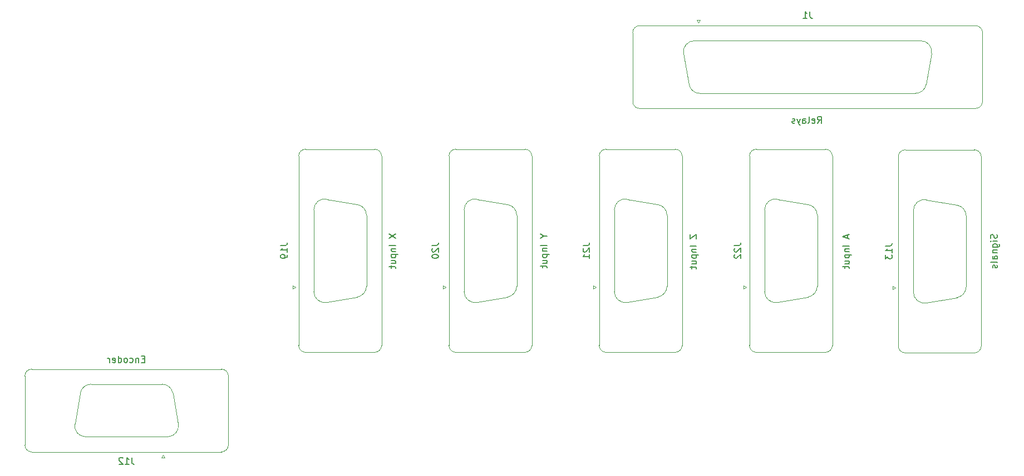
<source format=gbo>
%TF.GenerationSoftware,KiCad,Pcbnew,(6.0.0-rc1-172-gb8b8c0d34c)*%
%TF.CreationDate,2021-12-06T15:46:35-06:00*%
%TF.ProjectId,Input Board,496e7075-7420-4426-9f61-72642e6b6963,A*%
%TF.SameCoordinates,Original*%
%TF.FileFunction,Legend,Bot*%
%TF.FilePolarity,Positive*%
%FSLAX46Y46*%
G04 Gerber Fmt 4.6, Leading zero omitted, Abs format (unit mm)*
G04 Created by KiCad (PCBNEW (6.0.0-rc1-172-gb8b8c0d34c)) date 2021-12-06 15:46:35*
%MOMM*%
%LPD*%
G01*
G04 APERTURE LIST*
G04 Aperture macros list*
%AMRoundRect*
0 Rectangle with rounded corners*
0 $1 Rounding radius*
0 $2 $3 $4 $5 $6 $7 $8 $9 X,Y pos of 4 corners*
0 Add a 4 corners polygon primitive as box body*
4,1,4,$2,$3,$4,$5,$6,$7,$8,$9,$2,$3,0*
0 Add four circle primitives for the rounded corners*
1,1,$1+$1,$2,$3*
1,1,$1+$1,$4,$5*
1,1,$1+$1,$6,$7*
1,1,$1+$1,$8,$9*
0 Add four rect primitives between the rounded corners*
20,1,$1+$1,$2,$3,$4,$5,0*
20,1,$1+$1,$4,$5,$6,$7,0*
20,1,$1+$1,$6,$7,$8,$9,0*
20,1,$1+$1,$8,$9,$2,$3,0*%
G04 Aperture macros list end*
%ADD10C,0.150000*%
%ADD11C,0.120000*%
%ADD12R,1.700000X1.700000*%
%ADD13O,1.700000X1.700000*%
%ADD14RoundRect,0.875000X-0.875000X-0.875000X0.875000X-0.875000X0.875000X0.875000X-0.875000X0.875000X0*%
%ADD15RoundRect,0.750000X-0.750000X-1.000000X0.750000X-1.000000X0.750000X1.000000X-0.750000X1.000000X0*%
%ADD16R,3.500000X3.500000*%
%ADD17C,1.200000*%
%ADD18O,2.500000X1.800000*%
%ADD19O,1.800000X2.500000*%
%ADD20C,4.000000*%
%ADD21R,1.600000X1.600000*%
%ADD22C,1.600000*%
%ADD23R,1.980000X1.980000*%
%ADD24C,1.980000*%
%ADD25C,1.935000*%
%ADD26R,2.600000X2.600000*%
%ADD27C,2.600000*%
%ADD28C,2.400000*%
%ADD29O,2.400000X2.400000*%
%ADD30C,3.200000*%
%ADD31C,2.489200*%
%ADD32R,1.500000X1.500000*%
%ADD33C,1.500000*%
G04 APERTURE END LIST*
D10*
%TO.C,J22*%
X174952380Y-97110476D02*
X175666666Y-97110476D01*
X175809523Y-97062857D01*
X175904761Y-96967619D01*
X175952380Y-96824761D01*
X175952380Y-96729523D01*
X175047619Y-97539047D02*
X175000000Y-97586666D01*
X174952380Y-97681904D01*
X174952380Y-97920000D01*
X175000000Y-98015238D01*
X175047619Y-98062857D01*
X175142857Y-98110476D01*
X175238095Y-98110476D01*
X175380952Y-98062857D01*
X175952380Y-97491428D01*
X175952380Y-98110476D01*
X175047619Y-98491428D02*
X175000000Y-98539047D01*
X174952380Y-98634285D01*
X174952380Y-98872380D01*
X175000000Y-98967619D01*
X175047619Y-99015238D01*
X175142857Y-99062857D01*
X175238095Y-99062857D01*
X175380952Y-99015238D01*
X175952380Y-98443809D01*
X175952380Y-99062857D01*
X192166666Y-95500000D02*
X192166666Y-95976190D01*
X192452380Y-95404761D02*
X191452380Y-95738095D01*
X192452380Y-96071428D01*
X192452380Y-97166666D02*
X191452380Y-97166666D01*
X191785714Y-97642857D02*
X192452380Y-97642857D01*
X191880952Y-97642857D02*
X191833333Y-97690476D01*
X191785714Y-97785714D01*
X191785714Y-97928571D01*
X191833333Y-98023809D01*
X191928571Y-98071428D01*
X192452380Y-98071428D01*
X191785714Y-98547619D02*
X192785714Y-98547619D01*
X191833333Y-98547619D02*
X191785714Y-98642857D01*
X191785714Y-98833333D01*
X191833333Y-98928571D01*
X191880952Y-98976190D01*
X191976190Y-99023809D01*
X192261904Y-99023809D01*
X192357142Y-98976190D01*
X192404761Y-98928571D01*
X192452380Y-98833333D01*
X192452380Y-98642857D01*
X192404761Y-98547619D01*
X191785714Y-99880952D02*
X192452380Y-99880952D01*
X191785714Y-99452380D02*
X192309523Y-99452380D01*
X192404761Y-99500000D01*
X192452380Y-99595238D01*
X192452380Y-99738095D01*
X192404761Y-99833333D01*
X192357142Y-99880952D01*
X191785714Y-100214285D02*
X191785714Y-100595238D01*
X191452380Y-100357142D02*
X192309523Y-100357142D01*
X192404761Y-100404761D01*
X192452380Y-100500000D01*
X192452380Y-100595238D01*
%TO.C,J1*%
X186453333Y-61452380D02*
X186453333Y-62166666D01*
X186500952Y-62309523D01*
X186596190Y-62404761D01*
X186739047Y-62452380D01*
X186834285Y-62452380D01*
X185453333Y-62452380D02*
X186024761Y-62452380D01*
X185739047Y-62452380D02*
X185739047Y-61452380D01*
X185834285Y-61595238D01*
X185929523Y-61690476D01*
X186024761Y-61738095D01*
X187619047Y-78452380D02*
X187952380Y-77976190D01*
X188190476Y-78452380D02*
X188190476Y-77452380D01*
X187809523Y-77452380D01*
X187714285Y-77500000D01*
X187666666Y-77547619D01*
X187619047Y-77642857D01*
X187619047Y-77785714D01*
X187666666Y-77880952D01*
X187714285Y-77928571D01*
X187809523Y-77976190D01*
X188190476Y-77976190D01*
X186809523Y-78404761D02*
X186904761Y-78452380D01*
X187095238Y-78452380D01*
X187190476Y-78404761D01*
X187238095Y-78309523D01*
X187238095Y-77928571D01*
X187190476Y-77833333D01*
X187095238Y-77785714D01*
X186904761Y-77785714D01*
X186809523Y-77833333D01*
X186761904Y-77928571D01*
X186761904Y-78023809D01*
X187238095Y-78119047D01*
X186190476Y-78452380D02*
X186285714Y-78404761D01*
X186333333Y-78309523D01*
X186333333Y-77452380D01*
X185380952Y-78452380D02*
X185380952Y-77928571D01*
X185428571Y-77833333D01*
X185523809Y-77785714D01*
X185714285Y-77785714D01*
X185809523Y-77833333D01*
X185380952Y-78404761D02*
X185476190Y-78452380D01*
X185714285Y-78452380D01*
X185809523Y-78404761D01*
X185857142Y-78309523D01*
X185857142Y-78214285D01*
X185809523Y-78119047D01*
X185714285Y-78071428D01*
X185476190Y-78071428D01*
X185380952Y-78023809D01*
X185000000Y-77785714D02*
X184761904Y-78452380D01*
X184523809Y-77785714D02*
X184761904Y-78452380D01*
X184857142Y-78690476D01*
X184904761Y-78738095D01*
X185000000Y-78785714D01*
X184190476Y-78404761D02*
X184095238Y-78452380D01*
X183904761Y-78452380D01*
X183809523Y-78404761D01*
X183761904Y-78309523D01*
X183761904Y-78261904D01*
X183809523Y-78166666D01*
X183904761Y-78119047D01*
X184047619Y-78119047D01*
X184142857Y-78071428D01*
X184190476Y-77976190D01*
X184190476Y-77928571D01*
X184142857Y-77833333D01*
X184047619Y-77785714D01*
X183904761Y-77785714D01*
X183809523Y-77833333D01*
%TO.C,J13*%
X197952380Y-97190476D02*
X198666666Y-97190476D01*
X198809523Y-97142857D01*
X198904761Y-97047619D01*
X198952380Y-96904761D01*
X198952380Y-96809523D01*
X198952380Y-98190476D02*
X198952380Y-97619047D01*
X198952380Y-97904761D02*
X197952380Y-97904761D01*
X198095238Y-97809523D01*
X198190476Y-97714285D01*
X198238095Y-97619047D01*
X197952380Y-98523809D02*
X197952380Y-99142857D01*
X198333333Y-98809523D01*
X198333333Y-98952380D01*
X198380952Y-99047619D01*
X198428571Y-99095238D01*
X198523809Y-99142857D01*
X198761904Y-99142857D01*
X198857142Y-99095238D01*
X198904761Y-99047619D01*
X198952380Y-98952380D01*
X198952380Y-98666666D01*
X198904761Y-98571428D01*
X198857142Y-98523809D01*
X214904761Y-95452380D02*
X214952380Y-95595238D01*
X214952380Y-95833333D01*
X214904761Y-95928571D01*
X214857142Y-95976190D01*
X214761904Y-96023809D01*
X214666666Y-96023809D01*
X214571428Y-95976190D01*
X214523809Y-95928571D01*
X214476190Y-95833333D01*
X214428571Y-95642857D01*
X214380952Y-95547619D01*
X214333333Y-95500000D01*
X214238095Y-95452380D01*
X214142857Y-95452380D01*
X214047619Y-95500000D01*
X214000000Y-95547619D01*
X213952380Y-95642857D01*
X213952380Y-95880952D01*
X214000000Y-96023809D01*
X214952380Y-96452380D02*
X214285714Y-96452380D01*
X213952380Y-96452380D02*
X214000000Y-96404761D01*
X214047619Y-96452380D01*
X214000000Y-96500000D01*
X213952380Y-96452380D01*
X214047619Y-96452380D01*
X214285714Y-97357142D02*
X215095238Y-97357142D01*
X215190476Y-97309523D01*
X215238095Y-97261904D01*
X215285714Y-97166666D01*
X215285714Y-97023809D01*
X215238095Y-96928571D01*
X214904761Y-97357142D02*
X214952380Y-97261904D01*
X214952380Y-97071428D01*
X214904761Y-96976190D01*
X214857142Y-96928571D01*
X214761904Y-96880952D01*
X214476190Y-96880952D01*
X214380952Y-96928571D01*
X214333333Y-96976190D01*
X214285714Y-97071428D01*
X214285714Y-97261904D01*
X214333333Y-97357142D01*
X214285714Y-97833333D02*
X214952380Y-97833333D01*
X214380952Y-97833333D02*
X214333333Y-97880952D01*
X214285714Y-97976190D01*
X214285714Y-98119047D01*
X214333333Y-98214285D01*
X214428571Y-98261904D01*
X214952380Y-98261904D01*
X214952380Y-99166666D02*
X214428571Y-99166666D01*
X214333333Y-99119047D01*
X214285714Y-99023809D01*
X214285714Y-98833333D01*
X214333333Y-98738095D01*
X214904761Y-99166666D02*
X214952380Y-99071428D01*
X214952380Y-98833333D01*
X214904761Y-98738095D01*
X214809523Y-98690476D01*
X214714285Y-98690476D01*
X214619047Y-98738095D01*
X214571428Y-98833333D01*
X214571428Y-99071428D01*
X214523809Y-99166666D01*
X214952380Y-99785714D02*
X214904761Y-99690476D01*
X214809523Y-99642857D01*
X213952380Y-99642857D01*
X214904761Y-100119047D02*
X214952380Y-100214285D01*
X214952380Y-100404761D01*
X214904761Y-100500000D01*
X214809523Y-100547619D01*
X214761904Y-100547619D01*
X214666666Y-100500000D01*
X214619047Y-100404761D01*
X214619047Y-100261904D01*
X214571428Y-100166666D01*
X214476190Y-100119047D01*
X214428571Y-100119047D01*
X214333333Y-100166666D01*
X214285714Y-100261904D01*
X214285714Y-100404761D01*
X214333333Y-100500000D01*
%TO.C,J12*%
X83309523Y-129452380D02*
X83309523Y-130166666D01*
X83357142Y-130309523D01*
X83452380Y-130404761D01*
X83595238Y-130452380D01*
X83690476Y-130452380D01*
X82309523Y-130452380D02*
X82880952Y-130452380D01*
X82595238Y-130452380D02*
X82595238Y-129452380D01*
X82690476Y-129595238D01*
X82785714Y-129690476D01*
X82880952Y-129738095D01*
X81928571Y-129547619D02*
X81880952Y-129500000D01*
X81785714Y-129452380D01*
X81547619Y-129452380D01*
X81452380Y-129500000D01*
X81404761Y-129547619D01*
X81357142Y-129642857D01*
X81357142Y-129738095D01*
X81404761Y-129880952D01*
X81976190Y-130452380D01*
X81357142Y-130452380D01*
X85248095Y-114428571D02*
X84914761Y-114428571D01*
X84771904Y-114952380D02*
X85248095Y-114952380D01*
X85248095Y-113952380D01*
X84771904Y-113952380D01*
X84343333Y-114285714D02*
X84343333Y-114952380D01*
X84343333Y-114380952D02*
X84295714Y-114333333D01*
X84200476Y-114285714D01*
X84057619Y-114285714D01*
X83962380Y-114333333D01*
X83914761Y-114428571D01*
X83914761Y-114952380D01*
X83010000Y-114904761D02*
X83105238Y-114952380D01*
X83295714Y-114952380D01*
X83390952Y-114904761D01*
X83438571Y-114857142D01*
X83486190Y-114761904D01*
X83486190Y-114476190D01*
X83438571Y-114380952D01*
X83390952Y-114333333D01*
X83295714Y-114285714D01*
X83105238Y-114285714D01*
X83010000Y-114333333D01*
X82438571Y-114952380D02*
X82533809Y-114904761D01*
X82581428Y-114857142D01*
X82629047Y-114761904D01*
X82629047Y-114476190D01*
X82581428Y-114380952D01*
X82533809Y-114333333D01*
X82438571Y-114285714D01*
X82295714Y-114285714D01*
X82200476Y-114333333D01*
X82152857Y-114380952D01*
X82105238Y-114476190D01*
X82105238Y-114761904D01*
X82152857Y-114857142D01*
X82200476Y-114904761D01*
X82295714Y-114952380D01*
X82438571Y-114952380D01*
X81248095Y-114952380D02*
X81248095Y-113952380D01*
X81248095Y-114904761D02*
X81343333Y-114952380D01*
X81533809Y-114952380D01*
X81629047Y-114904761D01*
X81676666Y-114857142D01*
X81724285Y-114761904D01*
X81724285Y-114476190D01*
X81676666Y-114380952D01*
X81629047Y-114333333D01*
X81533809Y-114285714D01*
X81343333Y-114285714D01*
X81248095Y-114333333D01*
X80390952Y-114904761D02*
X80486190Y-114952380D01*
X80676666Y-114952380D01*
X80771904Y-114904761D01*
X80819523Y-114809523D01*
X80819523Y-114428571D01*
X80771904Y-114333333D01*
X80676666Y-114285714D01*
X80486190Y-114285714D01*
X80390952Y-114333333D01*
X80343333Y-114428571D01*
X80343333Y-114523809D01*
X80819523Y-114619047D01*
X79914761Y-114952380D02*
X79914761Y-114285714D01*
X79914761Y-114476190D02*
X79867142Y-114380952D01*
X79819523Y-114333333D01*
X79724285Y-114285714D01*
X79629047Y-114285714D01*
%TO.C,J21*%
X151952380Y-97110476D02*
X152666666Y-97110476D01*
X152809523Y-97062857D01*
X152904761Y-96967619D01*
X152952380Y-96824761D01*
X152952380Y-96729523D01*
X152047619Y-97539047D02*
X152000000Y-97586666D01*
X151952380Y-97681904D01*
X151952380Y-97920000D01*
X152000000Y-98015238D01*
X152047619Y-98062857D01*
X152142857Y-98110476D01*
X152238095Y-98110476D01*
X152380952Y-98062857D01*
X152952380Y-97491428D01*
X152952380Y-98110476D01*
X152952380Y-99062857D02*
X152952380Y-98491428D01*
X152952380Y-98777142D02*
X151952380Y-98777142D01*
X152095238Y-98681904D01*
X152190476Y-98586666D01*
X152238095Y-98491428D01*
X168202380Y-95404761D02*
X168202380Y-96071428D01*
X169202380Y-95404761D01*
X169202380Y-96071428D01*
X169202380Y-97214285D02*
X168202380Y-97214285D01*
X168535714Y-97690476D02*
X169202380Y-97690476D01*
X168630952Y-97690476D02*
X168583333Y-97738095D01*
X168535714Y-97833333D01*
X168535714Y-97976190D01*
X168583333Y-98071428D01*
X168678571Y-98119047D01*
X169202380Y-98119047D01*
X168535714Y-98595238D02*
X169535714Y-98595238D01*
X168583333Y-98595238D02*
X168535714Y-98690476D01*
X168535714Y-98880952D01*
X168583333Y-98976190D01*
X168630952Y-99023809D01*
X168726190Y-99071428D01*
X169011904Y-99071428D01*
X169107142Y-99023809D01*
X169154761Y-98976190D01*
X169202380Y-98880952D01*
X169202380Y-98690476D01*
X169154761Y-98595238D01*
X168535714Y-99928571D02*
X169202380Y-99928571D01*
X168535714Y-99500000D02*
X169059523Y-99500000D01*
X169154761Y-99547619D01*
X169202380Y-99642857D01*
X169202380Y-99785714D01*
X169154761Y-99880952D01*
X169107142Y-99928571D01*
X168535714Y-100261904D02*
X168535714Y-100642857D01*
X168202380Y-100404761D02*
X169059523Y-100404761D01*
X169154761Y-100452380D01*
X169202380Y-100547619D01*
X169202380Y-100642857D01*
%TO.C,J20*%
X128952380Y-97110476D02*
X129666666Y-97110476D01*
X129809523Y-97062857D01*
X129904761Y-96967619D01*
X129952380Y-96824761D01*
X129952380Y-96729523D01*
X129047619Y-97539047D02*
X129000000Y-97586666D01*
X128952380Y-97681904D01*
X128952380Y-97920000D01*
X129000000Y-98015238D01*
X129047619Y-98062857D01*
X129142857Y-98110476D01*
X129238095Y-98110476D01*
X129380952Y-98062857D01*
X129952380Y-97491428D01*
X129952380Y-98110476D01*
X128952380Y-98729523D02*
X128952380Y-98824761D01*
X129000000Y-98920000D01*
X129047619Y-98967619D01*
X129142857Y-99015238D01*
X129333333Y-99062857D01*
X129571428Y-99062857D01*
X129761904Y-99015238D01*
X129857142Y-98967619D01*
X129904761Y-98920000D01*
X129952380Y-98824761D01*
X129952380Y-98729523D01*
X129904761Y-98634285D01*
X129857142Y-98586666D01*
X129761904Y-98539047D01*
X129571428Y-98491428D01*
X129333333Y-98491428D01*
X129142857Y-98539047D01*
X129047619Y-98586666D01*
X129000000Y-98634285D01*
X128952380Y-98729523D01*
X145976190Y-95658095D02*
X146452380Y-95658095D01*
X145452380Y-95324761D02*
X145976190Y-95658095D01*
X145452380Y-95991428D01*
X146452380Y-97086666D02*
X145452380Y-97086666D01*
X145785714Y-97562857D02*
X146452380Y-97562857D01*
X145880952Y-97562857D02*
X145833333Y-97610476D01*
X145785714Y-97705714D01*
X145785714Y-97848571D01*
X145833333Y-97943809D01*
X145928571Y-97991428D01*
X146452380Y-97991428D01*
X145785714Y-98467619D02*
X146785714Y-98467619D01*
X145833333Y-98467619D02*
X145785714Y-98562857D01*
X145785714Y-98753333D01*
X145833333Y-98848571D01*
X145880952Y-98896190D01*
X145976190Y-98943809D01*
X146261904Y-98943809D01*
X146357142Y-98896190D01*
X146404761Y-98848571D01*
X146452380Y-98753333D01*
X146452380Y-98562857D01*
X146404761Y-98467619D01*
X145785714Y-99800952D02*
X146452380Y-99800952D01*
X145785714Y-99372380D02*
X146309523Y-99372380D01*
X146404761Y-99420000D01*
X146452380Y-99515238D01*
X146452380Y-99658095D01*
X146404761Y-99753333D01*
X146357142Y-99800952D01*
X145785714Y-100134285D02*
X145785714Y-100515238D01*
X145452380Y-100277142D02*
X146309523Y-100277142D01*
X146404761Y-100324761D01*
X146452380Y-100420000D01*
X146452380Y-100515238D01*
%TO.C,J19*%
X105952380Y-97110476D02*
X106666666Y-97110476D01*
X106809523Y-97062857D01*
X106904761Y-96967619D01*
X106952380Y-96824761D01*
X106952380Y-96729523D01*
X106952380Y-98110476D02*
X106952380Y-97539047D01*
X106952380Y-97824761D02*
X105952380Y-97824761D01*
X106095238Y-97729523D01*
X106190476Y-97634285D01*
X106238095Y-97539047D01*
X106952380Y-98586666D02*
X106952380Y-98777142D01*
X106904761Y-98872380D01*
X106857142Y-98920000D01*
X106714285Y-99015238D01*
X106523809Y-99062857D01*
X106142857Y-99062857D01*
X106047619Y-99015238D01*
X106000000Y-98967619D01*
X105952380Y-98872380D01*
X105952380Y-98681904D01*
X106000000Y-98586666D01*
X106047619Y-98539047D01*
X106142857Y-98491428D01*
X106380952Y-98491428D01*
X106476190Y-98539047D01*
X106523809Y-98586666D01*
X106571428Y-98681904D01*
X106571428Y-98872380D01*
X106523809Y-98967619D01*
X106476190Y-99015238D01*
X106380952Y-99062857D01*
X122452380Y-95324761D02*
X123452380Y-95991428D01*
X122452380Y-95991428D02*
X123452380Y-95324761D01*
X123452380Y-97134285D02*
X122452380Y-97134285D01*
X122785714Y-97610476D02*
X123452380Y-97610476D01*
X122880952Y-97610476D02*
X122833333Y-97658095D01*
X122785714Y-97753333D01*
X122785714Y-97896190D01*
X122833333Y-97991428D01*
X122928571Y-98039047D01*
X123452380Y-98039047D01*
X122785714Y-98515238D02*
X123785714Y-98515238D01*
X122833333Y-98515238D02*
X122785714Y-98610476D01*
X122785714Y-98800952D01*
X122833333Y-98896190D01*
X122880952Y-98943809D01*
X122976190Y-98991428D01*
X123261904Y-98991428D01*
X123357142Y-98943809D01*
X123404761Y-98896190D01*
X123452380Y-98800952D01*
X123452380Y-98610476D01*
X123404761Y-98515238D01*
X122785714Y-99848571D02*
X123452380Y-99848571D01*
X122785714Y-99420000D02*
X123309523Y-99420000D01*
X123404761Y-99467619D01*
X123452380Y-99562857D01*
X123452380Y-99705714D01*
X123404761Y-99800952D01*
X123357142Y-99848571D01*
X122785714Y-100181904D02*
X122785714Y-100562857D01*
X122452380Y-100324761D02*
X123309523Y-100324761D01*
X123404761Y-100372380D01*
X123452380Y-100467619D01*
X123452380Y-100562857D01*
D11*
%TO.C,J22*%
X188830000Y-82435000D02*
X178330000Y-82435000D01*
X181518256Y-105786470D02*
X186218256Y-104957733D01*
X189890000Y-112345000D02*
X189890000Y-83495000D01*
X179570000Y-91688311D02*
X179570000Y-104151689D01*
X178330000Y-113405000D02*
X188830000Y-113405000D01*
X176808675Y-103460000D02*
X176375662Y-103210000D01*
X177270000Y-83495000D02*
X177270000Y-112345000D01*
X176375662Y-103710000D02*
X176808675Y-103460000D01*
X176375662Y-103210000D02*
X176375662Y-103710000D01*
X187590000Y-92517048D02*
X187590000Y-103322952D01*
X181518256Y-90053530D02*
X186218256Y-90882267D01*
X177270000Y-112345000D02*
G75*
G03*
X178330000Y-113405000I1060001J1D01*
G01*
X179570000Y-104151689D02*
G75*
G03*
X181518256Y-105786470I1659999J-1D01*
G01*
X178330000Y-82435000D02*
G75*
G03*
X177270000Y-83495000I1J-1060001D01*
G01*
X189890000Y-83495000D02*
G75*
G03*
X188830000Y-82435000I-1060001J-1D01*
G01*
X188830000Y-113405000D02*
G75*
G03*
X189890000Y-112345000I-1J1060001D01*
G01*
X181518256Y-90053530D02*
G75*
G03*
X179570000Y-91688311I-288256J-1634781D01*
G01*
X187590000Y-92517048D02*
G75*
G03*
X186218256Y-90882267I-1659999J1D01*
G01*
X186218256Y-104957733D02*
G75*
G03*
X187590000Y-103322952I-288255J1634780D01*
G01*
%TO.C,J1*%
X160570000Y-76230000D02*
X211670000Y-76230000D01*
X169250000Y-62715662D02*
X169500000Y-63148675D01*
X159510000Y-64670000D02*
X159510000Y-75170000D01*
X203351689Y-65910000D02*
X168888311Y-65910000D01*
X202522952Y-73930000D02*
X169717048Y-73930000D01*
X169750000Y-62715662D02*
X169250000Y-62715662D01*
X212730000Y-75170000D02*
X212730000Y-64670000D01*
X204986470Y-67858256D02*
X204157733Y-72558256D01*
X169500000Y-63148675D02*
X169750000Y-62715662D01*
X211670000Y-63610000D02*
X160570000Y-63610000D01*
X167253530Y-67858256D02*
X168082267Y-72558256D01*
X204986470Y-67858256D02*
G75*
G03*
X203351689Y-65910000I-1634781J288256D01*
G01*
X168082267Y-72558256D02*
G75*
G03*
X169717048Y-73930000I1634780J288255D01*
G01*
X159510000Y-75170000D02*
G75*
G03*
X160570000Y-76230000I1060001J1D01*
G01*
X160570000Y-63610000D02*
G75*
G03*
X159510000Y-64670000I1J-1060001D01*
G01*
X211670000Y-76230000D02*
G75*
G03*
X212730000Y-75170000I-1J1060001D01*
G01*
X212730000Y-64670000D02*
G75*
G03*
X211670000Y-63610000I-1060001J-1D01*
G01*
X202522952Y-73930000D02*
G75*
G03*
X204157733Y-72558256I1J1659999D01*
G01*
X168888311Y-65910000D02*
G75*
G03*
X167253530Y-67858256I-1J-1659999D01*
G01*
%TO.C,J13*%
X211479669Y-82525000D02*
X200979669Y-82525000D01*
X199919669Y-83585000D02*
X199919669Y-112435000D01*
X200979669Y-113495000D02*
X211479669Y-113495000D01*
X210239669Y-92607048D02*
X210239669Y-103412952D01*
X199458344Y-103550000D02*
X199025331Y-103300000D01*
X199025331Y-103800000D02*
X199458344Y-103550000D01*
X204167925Y-90143530D02*
X208867925Y-90972267D01*
X204167925Y-105876470D02*
X208867925Y-105047733D01*
X212539669Y-112435000D02*
X212539669Y-83585000D01*
X202219669Y-91778311D02*
X202219669Y-104241689D01*
X199025331Y-103300000D02*
X199025331Y-103800000D01*
X208867925Y-105047733D02*
G75*
G03*
X210239669Y-103412952I-288255J1634780D01*
G01*
X200979669Y-82525000D02*
G75*
G03*
X199919669Y-83585000I1J-1060001D01*
G01*
X204167925Y-90143530D02*
G75*
G03*
X202219669Y-91778311I-288256J-1634781D01*
G01*
X212539669Y-83585000D02*
G75*
G03*
X211479669Y-82525000I-1060001J-1D01*
G01*
X210239669Y-92607048D02*
G75*
G03*
X208867925Y-90972267I-1659999J1D01*
G01*
X202219669Y-104241689D02*
G75*
G03*
X204167925Y-105876470I1659999J-1D01*
G01*
X211479669Y-113495000D02*
G75*
G03*
X212539669Y-112435000I-1J1060001D01*
G01*
X199919669Y-112435000D02*
G75*
G03*
X200979669Y-113495000I1060001J1D01*
G01*
%TO.C,J12*%
X90376470Y-124332075D02*
X89547733Y-119632075D01*
X68085000Y-128580331D02*
X96935000Y-128580331D01*
X76278311Y-126280331D02*
X88741689Y-126280331D01*
X67025000Y-117020331D02*
X67025000Y-127520331D01*
X88050000Y-129041656D02*
X87800000Y-129474669D01*
X87800000Y-129474669D02*
X88300000Y-129474669D01*
X97995000Y-127520331D02*
X97995000Y-117020331D01*
X74643530Y-124332075D02*
X75472267Y-119632075D01*
X77107048Y-118260331D02*
X87912952Y-118260331D01*
X96935000Y-115960331D02*
X68085000Y-115960331D01*
X88300000Y-129474669D02*
X88050000Y-129041656D01*
X68085000Y-115960331D02*
G75*
G03*
X67025000Y-117020331I1J-1060001D01*
G01*
X67025000Y-127520331D02*
G75*
G03*
X68085000Y-128580331I1060001J1D01*
G01*
X74643530Y-124332075D02*
G75*
G03*
X76278311Y-126280331I1634781J-288256D01*
G01*
X88741689Y-126280331D02*
G75*
G03*
X90376470Y-124332075I1J1659999D01*
G01*
X77107048Y-118260331D02*
G75*
G03*
X75472267Y-119632075I-1J-1659999D01*
G01*
X97995000Y-117020331D02*
G75*
G03*
X96935000Y-115960331I-1060001J-1D01*
G01*
X89547733Y-119632075D02*
G75*
G03*
X87912952Y-118260331I-1634780J-288255D01*
G01*
X96935000Y-128580331D02*
G75*
G03*
X97995000Y-127520331I-1J1060001D01*
G01*
%TO.C,J21*%
X153948675Y-103460000D02*
X153515662Y-103210000D01*
X164730000Y-92517048D02*
X164730000Y-103322952D01*
X165970000Y-82435000D02*
X155470000Y-82435000D01*
X158658256Y-105786470D02*
X163358256Y-104957733D01*
X153515662Y-103710000D02*
X153948675Y-103460000D01*
X158658256Y-90053530D02*
X163358256Y-90882267D01*
X155470000Y-113405000D02*
X165970000Y-113405000D01*
X156710000Y-91688311D02*
X156710000Y-104151689D01*
X153515662Y-103210000D02*
X153515662Y-103710000D01*
X167030000Y-112345000D02*
X167030000Y-83495000D01*
X154410000Y-83495000D02*
X154410000Y-112345000D01*
X165970000Y-113405000D02*
G75*
G03*
X167030000Y-112345000I-1J1060001D01*
G01*
X156710000Y-104151689D02*
G75*
G03*
X158658256Y-105786470I1659999J-1D01*
G01*
X167030000Y-83495000D02*
G75*
G03*
X165970000Y-82435000I-1060001J-1D01*
G01*
X164730000Y-92517048D02*
G75*
G03*
X163358256Y-90882267I-1659999J1D01*
G01*
X155470000Y-82435000D02*
G75*
G03*
X154410000Y-83495000I1J-1060001D01*
G01*
X163358256Y-104957733D02*
G75*
G03*
X164730000Y-103322952I-288255J1634780D01*
G01*
X158658256Y-90053530D02*
G75*
G03*
X156710000Y-91688311I-288256J-1634781D01*
G01*
X154410000Y-112345000D02*
G75*
G03*
X155470000Y-113405000I1060001J1D01*
G01*
%TO.C,J20*%
X135798256Y-90053530D02*
X140498256Y-90882267D01*
X130655662Y-103210000D02*
X130655662Y-103710000D01*
X132610000Y-113405000D02*
X143110000Y-113405000D01*
X130655662Y-103710000D02*
X131088675Y-103460000D01*
X131088675Y-103460000D02*
X130655662Y-103210000D01*
X135798256Y-105786470D02*
X140498256Y-104957733D01*
X143110000Y-82435000D02*
X132610000Y-82435000D01*
X144170000Y-112345000D02*
X144170000Y-83495000D01*
X131550000Y-83495000D02*
X131550000Y-112345000D01*
X141870000Y-92517048D02*
X141870000Y-103322952D01*
X133850000Y-91688311D02*
X133850000Y-104151689D01*
X133850000Y-104151689D02*
G75*
G03*
X135798256Y-105786470I1659999J-1D01*
G01*
X140498256Y-104957733D02*
G75*
G03*
X141870000Y-103322952I-288255J1634780D01*
G01*
X132610000Y-82435000D02*
G75*
G03*
X131550000Y-83495000I1J-1060001D01*
G01*
X135798256Y-90053530D02*
G75*
G03*
X133850000Y-91688311I-288256J-1634781D01*
G01*
X131550000Y-112345000D02*
G75*
G03*
X132610000Y-113405000I1060001J1D01*
G01*
X144170000Y-83495000D02*
G75*
G03*
X143110000Y-82435000I-1060001J-1D01*
G01*
X143110000Y-113405000D02*
G75*
G03*
X144170000Y-112345000I-1J1060001D01*
G01*
X141870000Y-92517048D02*
G75*
G03*
X140498256Y-90882267I-1659999J1D01*
G01*
%TO.C,J19*%
X121310000Y-112345000D02*
X121310000Y-83495000D01*
X107795662Y-103710000D02*
X108228675Y-103460000D01*
X108228675Y-103460000D02*
X107795662Y-103210000D01*
X120250000Y-82435000D02*
X109750000Y-82435000D01*
X110990000Y-91688311D02*
X110990000Y-104151689D01*
X109750000Y-113405000D02*
X120250000Y-113405000D01*
X107795662Y-103210000D02*
X107795662Y-103710000D01*
X112938256Y-105786470D02*
X117638256Y-104957733D01*
X119010000Y-92517048D02*
X119010000Y-103322952D01*
X108690000Y-83495000D02*
X108690000Y-112345000D01*
X112938256Y-90053530D02*
X117638256Y-90882267D01*
X112938256Y-90053530D02*
G75*
G03*
X110990000Y-91688311I-288256J-1634781D01*
G01*
X110990000Y-104151689D02*
G75*
G03*
X112938256Y-105786470I1659999J-1D01*
G01*
X109750000Y-82435000D02*
G75*
G03*
X108690000Y-83495000I1J-1060001D01*
G01*
X121310000Y-83495000D02*
G75*
G03*
X120250000Y-82435000I-1060001J-1D01*
G01*
X119010000Y-92517048D02*
G75*
G03*
X117638256Y-90882267I-1659999J1D01*
G01*
X120250000Y-113405000D02*
G75*
G03*
X121310000Y-112345000I-1J1060001D01*
G01*
X117638256Y-104957733D02*
G75*
G03*
X119010000Y-103322952I-288255J1634780D01*
G01*
X108690000Y-112345000D02*
G75*
G03*
X109750000Y-113405000I1060001J1D01*
G01*
%TD*%
%LPC*%
D12*
%TO.C,J5*%
X70500000Y-80275000D03*
D13*
X70500000Y-77735000D03*
%TD*%
D14*
%TO.C,J8*%
X61000000Y-72742500D03*
D15*
X58000000Y-68042500D03*
D16*
X64000000Y-68042500D03*
%TD*%
D17*
%TO.C,J18*%
X226500000Y-119000000D03*
X221500000Y-124000000D03*
X229000000Y-129000000D03*
X229000000Y-119000000D03*
X226500000Y-129000000D03*
D18*
X221500000Y-129000000D03*
D19*
X226500000Y-124000000D03*
D18*
X221500000Y-119000000D03*
%TD*%
D12*
%TO.C,J4*%
X70500000Y-67275000D03*
D13*
X70500000Y-64735000D03*
%TD*%
D20*
%TO.C,J14*%
X70010000Y-138389669D03*
X95010000Y-138389669D03*
D21*
X88050000Y-136969669D03*
D22*
X85280000Y-136969669D03*
X82510000Y-136969669D03*
X79740000Y-136969669D03*
X76970000Y-136969669D03*
X86665000Y-139809669D03*
X83895000Y-139809669D03*
X81125000Y-139809669D03*
X78355000Y-139809669D03*
%TD*%
D12*
%TO.C,J7*%
X70500000Y-106275000D03*
D13*
X70500000Y-103735000D03*
%TD*%
D16*
%TO.C,J11*%
X64000000Y-107042500D03*
D15*
X58000000Y-107042500D03*
D14*
X61000000Y-111742500D03*
%TD*%
D23*
%TO.C,K3*%
X105900000Y-65000000D03*
D24*
X105900000Y-77000000D03*
D25*
X103900000Y-71000000D03*
D24*
X118100000Y-65000000D03*
X118100000Y-77000000D03*
%TD*%
D16*
%TO.C,J9*%
X64000000Y-81042500D03*
D15*
X58000000Y-81042500D03*
D14*
X61000000Y-85742500D03*
%TD*%
D26*
%TO.C,J2*%
X91000000Y-55500000D03*
D27*
X86000000Y-55500000D03*
X81000000Y-55500000D03*
%TD*%
D28*
%TO.C,R2*%
X126280000Y-106000000D03*
D29*
X126280000Y-90760000D03*
%TD*%
D30*
%TO.C,H2*%
X56000000Y-144000000D03*
%TD*%
D12*
%TO.C,J6*%
X70500000Y-93275000D03*
D13*
X70500000Y-90735000D03*
%TD*%
D28*
%TO.C,R1*%
X103420000Y-106000000D03*
D29*
X103420000Y-90760000D03*
%TD*%
D24*
%TO.C,K1*%
X92200000Y-77000000D03*
X92200000Y-65000000D03*
D25*
X78000000Y-71000000D03*
D24*
X80000000Y-77000000D03*
D23*
X80000000Y-65000000D03*
%TD*%
D17*
%TO.C,J16*%
X226500000Y-97000000D03*
X226500000Y-87000000D03*
X229000000Y-97000000D03*
X221500000Y-92000000D03*
X229000000Y-87000000D03*
D18*
X221500000Y-97000000D03*
D19*
X226500000Y-92000000D03*
D18*
X221500000Y-87000000D03*
%TD*%
D31*
%TO.C,J23*%
X126705631Y-137500660D03*
X119405671Y-137500660D03*
X112105711Y-137500660D03*
X124404391Y-135001300D03*
X114406951Y-135001300D03*
X114406951Y-147200920D03*
X124404391Y-147200920D03*
%TD*%
%TO.C,J25*%
X165768517Y-137500660D03*
X158468557Y-137500660D03*
X151168597Y-137500660D03*
X163467277Y-135001300D03*
X153469837Y-135001300D03*
X153469837Y-147200920D03*
X163467277Y-147200920D03*
%TD*%
D30*
%TO.C,H3*%
X224000000Y-144000000D03*
%TD*%
%TO.C,H1*%
X56000000Y-56000000D03*
%TD*%
D23*
%TO.C,K2*%
X79900000Y-91000000D03*
D24*
X79900000Y-103000000D03*
D25*
X77900000Y-97000000D03*
D24*
X92100000Y-91000000D03*
X92100000Y-103000000D03*
%TD*%
D18*
%TO.C,J15*%
X221500000Y-103000000D03*
D19*
X226500000Y-108000000D03*
D18*
X221500000Y-113000000D03*
D17*
X221500000Y-108000000D03*
X226500000Y-103000000D03*
X229000000Y-113000000D03*
X229000000Y-103000000D03*
X226500000Y-113000000D03*
%TD*%
%TO.C,J17*%
X229000000Y-71000000D03*
X229000000Y-81000000D03*
X221500000Y-76000000D03*
X226500000Y-81000000D03*
X226500000Y-71000000D03*
D18*
X221500000Y-81000000D03*
D19*
X226500000Y-76000000D03*
D18*
X221500000Y-71000000D03*
%TD*%
D16*
%TO.C,J10*%
X64000000Y-94042500D03*
D15*
X58000000Y-94042500D03*
D14*
X61000000Y-98742500D03*
%TD*%
D30*
%TO.C,H4*%
X224000000Y-56000000D03*
%TD*%
%TO.C,J3*%
X211160000Y-141850000D03*
X199730000Y-141850000D03*
D32*
X201000000Y-135500000D03*
D33*
X202270000Y-132960000D03*
X203540000Y-135500000D03*
X204810000Y-132960000D03*
X206080000Y-135500000D03*
X207350000Y-132960000D03*
X208620000Y-135500000D03*
X209890000Y-132960000D03*
%TD*%
D28*
%TO.C,R4*%
X172000000Y-106000000D03*
D29*
X172000000Y-90760000D03*
%TD*%
D31*
%TO.C,J24*%
X146237074Y-137500660D03*
X138937114Y-137500660D03*
X131637154Y-137500660D03*
X143935834Y-135001300D03*
X133938394Y-135001300D03*
X133938394Y-147200920D03*
X143935834Y-147200920D03*
%TD*%
D28*
%TO.C,R3*%
X149140000Y-106000000D03*
D29*
X149140000Y-90760000D03*
%TD*%
D30*
%TO.C,H5*%
X149000000Y-118000000D03*
%TD*%
D31*
%TO.C,J26*%
X185299960Y-137500660D03*
X178000000Y-137500660D03*
X170700040Y-137500660D03*
X182998720Y-135001300D03*
X173001280Y-135001300D03*
X173001280Y-147200920D03*
X182998720Y-147200920D03*
%TD*%
D23*
%TO.C,K4*%
X131900000Y-65000000D03*
D24*
X131900000Y-77000000D03*
D25*
X129900000Y-71000000D03*
D24*
X144100000Y-65000000D03*
X144100000Y-77000000D03*
%TD*%
D20*
%TO.C,J22*%
X183580000Y-85420000D03*
X183580000Y-110420000D03*
D21*
X182160000Y-103460000D03*
D22*
X182160000Y-100690000D03*
X182160000Y-97920000D03*
X182160000Y-95150000D03*
X182160000Y-92380000D03*
X185000000Y-102075000D03*
X185000000Y-99305000D03*
X185000000Y-96535000D03*
X185000000Y-93765000D03*
%TD*%
D20*
%TO.C,J1*%
X162570000Y-69920000D03*
X209670000Y-69920000D03*
D21*
X169500000Y-68500000D03*
D22*
X172270000Y-68500000D03*
X175040000Y-68500000D03*
X177810000Y-68500000D03*
X180580000Y-68500000D03*
X183350000Y-68500000D03*
X186120000Y-68500000D03*
X188890000Y-68500000D03*
X191660000Y-68500000D03*
X194430000Y-68500000D03*
X197200000Y-68500000D03*
X199970000Y-68500000D03*
X202740000Y-68500000D03*
X170885000Y-71340000D03*
X173655000Y-71340000D03*
X176425000Y-71340000D03*
X179195000Y-71340000D03*
X181965000Y-71340000D03*
X184735000Y-71340000D03*
X187505000Y-71340000D03*
X190275000Y-71340000D03*
X193045000Y-71340000D03*
X195815000Y-71340000D03*
X198585000Y-71340000D03*
X201355000Y-71340000D03*
%TD*%
D20*
%TO.C,J13*%
X206229669Y-110510000D03*
X206229669Y-85510000D03*
D21*
X204809669Y-103550000D03*
D22*
X204809669Y-100780000D03*
X204809669Y-98010000D03*
X204809669Y-95240000D03*
X204809669Y-92470000D03*
X207649669Y-102165000D03*
X207649669Y-99395000D03*
X207649669Y-96625000D03*
X207649669Y-93855000D03*
%TD*%
D20*
%TO.C,J12*%
X70010000Y-122270331D03*
X95010000Y-122270331D03*
D21*
X88050000Y-123690331D03*
D22*
X85280000Y-123690331D03*
X82510000Y-123690331D03*
X79740000Y-123690331D03*
X76970000Y-123690331D03*
X86665000Y-120850331D03*
X83895000Y-120850331D03*
X81125000Y-120850331D03*
X78355000Y-120850331D03*
%TD*%
D20*
%TO.C,J21*%
X160720000Y-85420000D03*
X160720000Y-110420000D03*
D21*
X159300000Y-103460000D03*
D22*
X159300000Y-100690000D03*
X159300000Y-97920000D03*
X159300000Y-95150000D03*
X159300000Y-92380000D03*
X162140000Y-102075000D03*
X162140000Y-99305000D03*
X162140000Y-96535000D03*
X162140000Y-93765000D03*
%TD*%
D20*
%TO.C,J20*%
X137860000Y-110420000D03*
X137860000Y-85420000D03*
D21*
X136440000Y-103460000D03*
D22*
X136440000Y-100690000D03*
X136440000Y-97920000D03*
X136440000Y-95150000D03*
X136440000Y-92380000D03*
X139280000Y-102075000D03*
X139280000Y-99305000D03*
X139280000Y-96535000D03*
X139280000Y-93765000D03*
%TD*%
D20*
%TO.C,J19*%
X115000000Y-110420000D03*
X115000000Y-85420000D03*
D21*
X113580000Y-103460000D03*
D22*
X113580000Y-100690000D03*
X113580000Y-97920000D03*
X113580000Y-95150000D03*
X113580000Y-92380000D03*
X116420000Y-102075000D03*
X116420000Y-99305000D03*
X116420000Y-96535000D03*
X116420000Y-93765000D03*
%TD*%
M02*

</source>
